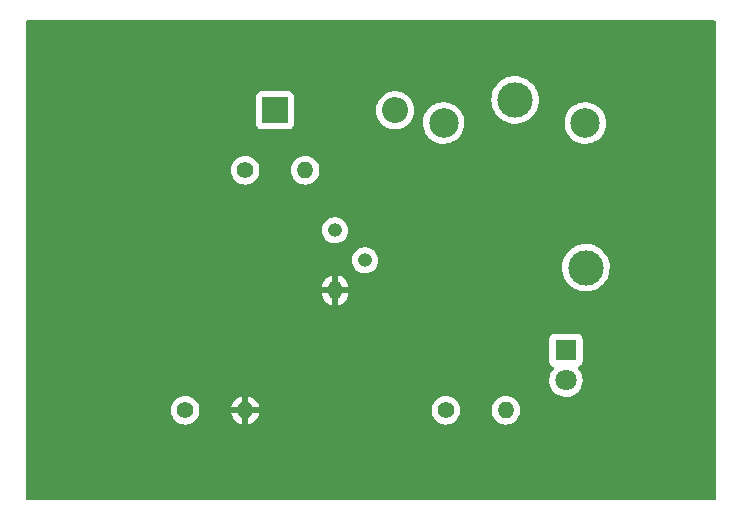
<source format=gbr>
%TF.GenerationSoftware,KiCad,Pcbnew,(6.0.4)*%
%TF.CreationDate,2022-05-29T18:16:18+05:30*%
%TF.ProjectId,TOUCH ON AND OFF SWTICH CIRCUIT,544f5543-4820-44f4-9e20-414e44204f46,rev?*%
%TF.SameCoordinates,Original*%
%TF.FileFunction,Copper,L2,Bot*%
%TF.FilePolarity,Positive*%
%FSLAX46Y46*%
G04 Gerber Fmt 4.6, Leading zero omitted, Abs format (unit mm)*
G04 Created by KiCad (PCBNEW (6.0.4)) date 2022-05-29 18:16:18*
%MOMM*%
%LPD*%
G01*
G04 APERTURE LIST*
%TA.AperFunction,ComponentPad*%
%ADD10C,3.000000*%
%TD*%
%TA.AperFunction,ComponentPad*%
%ADD11C,2.500000*%
%TD*%
%TA.AperFunction,ComponentPad*%
%ADD12O,1.200000X1.600000*%
%TD*%
%TA.AperFunction,ComponentPad*%
%ADD13O,1.200000X1.200000*%
%TD*%
%TA.AperFunction,ComponentPad*%
%ADD14C,1.400000*%
%TD*%
%TA.AperFunction,ComponentPad*%
%ADD15O,1.400000X1.400000*%
%TD*%
%TA.AperFunction,ComponentPad*%
%ADD16R,1.800000X1.800000*%
%TD*%
%TA.AperFunction,ComponentPad*%
%ADD17C,1.800000*%
%TD*%
%TA.AperFunction,ComponentPad*%
%ADD18R,2.200000X2.200000*%
%TD*%
%TA.AperFunction,ComponentPad*%
%ADD19O,2.200000X2.200000*%
%TD*%
G04 APERTURE END LIST*
D10*
%TO.P,K1,1*%
%TO.N,Net-(K1-Pad1)*%
X59195000Y-21980000D03*
D11*
%TO.P,K1,2*%
%TO.N,Net-(D1-Pad2)*%
X53145000Y-23930000D03*
D10*
%TO.P,K1,4*%
%TO.N,N/C*%
X65195000Y-36180000D03*
D11*
%TO.P,K1,5*%
X65145000Y-23930000D03*
%TD*%
D12*
%TO.P,Q1,1,E*%
%TO.N,GND*%
X43955000Y-38100000D03*
D13*
%TO.P,Q1,2,B*%
%TO.N,Net-(Q1-Pad2)*%
X46495000Y-35560000D03*
%TO.P,Q1,3,C*%
%TO.N,Net-(D1-Pad2)*%
X43955000Y-33020000D03*
%TD*%
D14*
%TO.P,R3,1*%
%TO.N,Net-(R3-Pad1)*%
X31255000Y-48260000D03*
D15*
%TO.P,R3,2*%
%TO.N,GND*%
X36335000Y-48260000D03*
%TD*%
D14*
%TO.P,R1,1*%
%TO.N,VCC*%
X36335000Y-27940000D03*
D15*
%TO.P,R1,2*%
%TO.N,Net-(R1-Pad2)*%
X41415000Y-27940000D03*
%TD*%
D16*
%TO.P,L1,1,K*%
%TO.N,Net-(K1-Pad1)*%
X63500000Y-43180000D03*
D17*
%TO.P,L1,2,A*%
%TO.N,AC*%
X63500000Y-45720000D03*
%TD*%
D18*
%TO.P,D1,1,K*%
%TO.N,VCC*%
X38875000Y-22860000D03*
D19*
%TO.P,D1,2,A*%
%TO.N,Net-(D1-Pad2)*%
X49035000Y-22860000D03*
%TD*%
D14*
%TO.P,R2,1*%
%TO.N,Net-(R2-Pad1)*%
X53340000Y-48260000D03*
D15*
%TO.P,R2,2*%
%TO.N,Net-(Q1-Pad2)*%
X58420000Y-48260000D03*
%TD*%
%TA.AperFunction,Conductor*%
%TO.N,GND*%
G36*
X76142121Y-15260002D02*
G01*
X76188614Y-15313658D01*
X76200000Y-15366000D01*
X76200000Y-55754000D01*
X76179998Y-55822121D01*
X76126342Y-55868614D01*
X76074000Y-55880000D01*
X17906000Y-55880000D01*
X17837879Y-55859998D01*
X17791386Y-55806342D01*
X17780000Y-55754000D01*
X17780000Y-48260000D01*
X30041884Y-48260000D01*
X30060314Y-48470655D01*
X30061738Y-48475968D01*
X30061738Y-48475970D01*
X30076617Y-48531497D01*
X30115044Y-48674910D01*
X30204411Y-48866558D01*
X30325699Y-49039776D01*
X30475224Y-49189301D01*
X30648442Y-49310589D01*
X30653420Y-49312910D01*
X30653423Y-49312912D01*
X30835108Y-49397633D01*
X30840090Y-49399956D01*
X30845398Y-49401378D01*
X30845400Y-49401379D01*
X31039030Y-49453262D01*
X31039032Y-49453262D01*
X31044345Y-49454686D01*
X31255000Y-49473116D01*
X31465655Y-49454686D01*
X31470968Y-49453262D01*
X31470970Y-49453262D01*
X31664600Y-49401379D01*
X31664602Y-49401378D01*
X31669910Y-49399956D01*
X31674892Y-49397633D01*
X31856577Y-49312912D01*
X31856580Y-49312910D01*
X31861558Y-49310589D01*
X32034776Y-49189301D01*
X32184301Y-49039776D01*
X32305589Y-48866558D01*
X32394956Y-48674910D01*
X32433384Y-48531497D01*
X32434717Y-48526522D01*
X35155801Y-48526522D01*
X35194092Y-48669423D01*
X35197842Y-48679727D01*
X35282521Y-48861323D01*
X35287998Y-48870811D01*
X35402925Y-49034942D01*
X35409981Y-49043350D01*
X35551650Y-49185019D01*
X35560058Y-49192075D01*
X35724189Y-49307002D01*
X35733677Y-49312479D01*
X35915273Y-49397158D01*
X35925577Y-49400908D01*
X36063503Y-49437866D01*
X36077599Y-49437530D01*
X36081000Y-49429588D01*
X36081000Y-49424439D01*
X36589000Y-49424439D01*
X36592973Y-49437970D01*
X36601522Y-49439199D01*
X36744423Y-49400908D01*
X36754727Y-49397158D01*
X36936323Y-49312479D01*
X36945811Y-49307002D01*
X37109942Y-49192075D01*
X37118350Y-49185019D01*
X37260019Y-49043350D01*
X37267075Y-49034942D01*
X37382002Y-48870811D01*
X37387479Y-48861323D01*
X37472158Y-48679727D01*
X37475908Y-48669423D01*
X37512866Y-48531497D01*
X37512530Y-48517401D01*
X37504588Y-48514000D01*
X36607115Y-48514000D01*
X36591876Y-48518475D01*
X36590671Y-48519865D01*
X36589000Y-48527548D01*
X36589000Y-49424439D01*
X36081000Y-49424439D01*
X36081000Y-48532115D01*
X36076525Y-48516876D01*
X36075135Y-48515671D01*
X36067452Y-48514000D01*
X35170561Y-48514000D01*
X35157030Y-48517973D01*
X35155801Y-48526522D01*
X32434717Y-48526522D01*
X32448262Y-48475970D01*
X32448262Y-48475968D01*
X32449686Y-48470655D01*
X32468116Y-48260000D01*
X52126884Y-48260000D01*
X52145314Y-48470655D01*
X52146738Y-48475968D01*
X52146738Y-48475970D01*
X52161617Y-48531497D01*
X52200044Y-48674910D01*
X52289411Y-48866558D01*
X52410699Y-49039776D01*
X52560224Y-49189301D01*
X52733442Y-49310589D01*
X52738420Y-49312910D01*
X52738423Y-49312912D01*
X52920108Y-49397633D01*
X52925090Y-49399956D01*
X52930398Y-49401378D01*
X52930400Y-49401379D01*
X53124030Y-49453262D01*
X53124032Y-49453262D01*
X53129345Y-49454686D01*
X53340000Y-49473116D01*
X53550655Y-49454686D01*
X53555968Y-49453262D01*
X53555970Y-49453262D01*
X53749600Y-49401379D01*
X53749602Y-49401378D01*
X53754910Y-49399956D01*
X53759892Y-49397633D01*
X53941577Y-49312912D01*
X53941580Y-49312910D01*
X53946558Y-49310589D01*
X54119776Y-49189301D01*
X54269301Y-49039776D01*
X54390589Y-48866558D01*
X54479956Y-48674910D01*
X54518384Y-48531497D01*
X54533262Y-48475970D01*
X54533262Y-48475968D01*
X54534686Y-48470655D01*
X54553116Y-48260000D01*
X57206884Y-48260000D01*
X57225314Y-48470655D01*
X57226738Y-48475968D01*
X57226738Y-48475970D01*
X57241617Y-48531497D01*
X57280044Y-48674910D01*
X57369411Y-48866558D01*
X57490699Y-49039776D01*
X57640224Y-49189301D01*
X57813442Y-49310589D01*
X57818420Y-49312910D01*
X57818423Y-49312912D01*
X58000108Y-49397633D01*
X58005090Y-49399956D01*
X58010398Y-49401378D01*
X58010400Y-49401379D01*
X58204030Y-49453262D01*
X58204032Y-49453262D01*
X58209345Y-49454686D01*
X58420000Y-49473116D01*
X58630655Y-49454686D01*
X58635968Y-49453262D01*
X58635970Y-49453262D01*
X58829600Y-49401379D01*
X58829602Y-49401378D01*
X58834910Y-49399956D01*
X58839892Y-49397633D01*
X59021577Y-49312912D01*
X59021580Y-49312910D01*
X59026558Y-49310589D01*
X59199776Y-49189301D01*
X59349301Y-49039776D01*
X59470589Y-48866558D01*
X59559956Y-48674910D01*
X59598384Y-48531497D01*
X59613262Y-48475970D01*
X59613262Y-48475968D01*
X59614686Y-48470655D01*
X59633116Y-48260000D01*
X59614686Y-48049345D01*
X59602301Y-48003124D01*
X59561379Y-47850400D01*
X59561378Y-47850398D01*
X59559956Y-47845090D01*
X59470589Y-47653442D01*
X59349301Y-47480224D01*
X59199776Y-47330699D01*
X59026558Y-47209411D01*
X59021580Y-47207090D01*
X59021577Y-47207088D01*
X58839892Y-47122367D01*
X58839891Y-47122366D01*
X58834910Y-47120044D01*
X58829602Y-47118622D01*
X58829600Y-47118621D01*
X58635970Y-47066738D01*
X58635968Y-47066738D01*
X58630655Y-47065314D01*
X58420000Y-47046884D01*
X58209345Y-47065314D01*
X58204032Y-47066738D01*
X58204030Y-47066738D01*
X58010400Y-47118621D01*
X58010398Y-47118622D01*
X58005090Y-47120044D01*
X58000109Y-47122366D01*
X58000108Y-47122367D01*
X57818423Y-47207088D01*
X57818420Y-47207090D01*
X57813442Y-47209411D01*
X57640224Y-47330699D01*
X57490699Y-47480224D01*
X57369411Y-47653442D01*
X57280044Y-47845090D01*
X57278622Y-47850398D01*
X57278621Y-47850400D01*
X57237699Y-48003124D01*
X57225314Y-48049345D01*
X57206884Y-48260000D01*
X54553116Y-48260000D01*
X54534686Y-48049345D01*
X54522301Y-48003124D01*
X54481379Y-47850400D01*
X54481378Y-47850398D01*
X54479956Y-47845090D01*
X54390589Y-47653442D01*
X54269301Y-47480224D01*
X54119776Y-47330699D01*
X53946558Y-47209411D01*
X53941580Y-47207090D01*
X53941577Y-47207088D01*
X53759892Y-47122367D01*
X53759891Y-47122366D01*
X53754910Y-47120044D01*
X53749602Y-47118622D01*
X53749600Y-47118621D01*
X53555970Y-47066738D01*
X53555968Y-47066738D01*
X53550655Y-47065314D01*
X53340000Y-47046884D01*
X53129345Y-47065314D01*
X53124032Y-47066738D01*
X53124030Y-47066738D01*
X52930400Y-47118621D01*
X52930398Y-47118622D01*
X52925090Y-47120044D01*
X52920109Y-47122366D01*
X52920108Y-47122367D01*
X52738423Y-47207088D01*
X52738420Y-47207090D01*
X52733442Y-47209411D01*
X52560224Y-47330699D01*
X52410699Y-47480224D01*
X52289411Y-47653442D01*
X52200044Y-47845090D01*
X52198622Y-47850398D01*
X52198621Y-47850400D01*
X52157699Y-48003124D01*
X52145314Y-48049345D01*
X52126884Y-48260000D01*
X32468116Y-48260000D01*
X32449686Y-48049345D01*
X32437301Y-48003124D01*
X32433383Y-47988503D01*
X35157134Y-47988503D01*
X35157470Y-48002599D01*
X35165412Y-48006000D01*
X36062885Y-48006000D01*
X36078124Y-48001525D01*
X36079329Y-48000135D01*
X36081000Y-47992452D01*
X36081000Y-47987885D01*
X36589000Y-47987885D01*
X36593475Y-48003124D01*
X36594865Y-48004329D01*
X36602548Y-48006000D01*
X37499439Y-48006000D01*
X37512970Y-48002027D01*
X37514199Y-47993478D01*
X37475908Y-47850577D01*
X37472158Y-47840273D01*
X37387479Y-47658677D01*
X37382002Y-47649189D01*
X37267075Y-47485058D01*
X37260019Y-47476650D01*
X37118350Y-47334981D01*
X37109942Y-47327925D01*
X36945811Y-47212998D01*
X36936323Y-47207521D01*
X36754727Y-47122842D01*
X36744423Y-47119092D01*
X36606497Y-47082134D01*
X36592401Y-47082470D01*
X36589000Y-47090412D01*
X36589000Y-47987885D01*
X36081000Y-47987885D01*
X36081000Y-47095561D01*
X36077027Y-47082030D01*
X36068478Y-47080801D01*
X35925577Y-47119092D01*
X35915273Y-47122842D01*
X35733677Y-47207521D01*
X35724189Y-47212998D01*
X35560058Y-47327925D01*
X35551650Y-47334981D01*
X35409981Y-47476650D01*
X35402925Y-47485058D01*
X35287998Y-47649189D01*
X35282521Y-47658677D01*
X35197842Y-47840273D01*
X35194092Y-47850577D01*
X35157134Y-47988503D01*
X32433383Y-47988503D01*
X32396379Y-47850400D01*
X32396378Y-47850398D01*
X32394956Y-47845090D01*
X32305589Y-47653442D01*
X32184301Y-47480224D01*
X32034776Y-47330699D01*
X31861558Y-47209411D01*
X31856580Y-47207090D01*
X31856577Y-47207088D01*
X31674892Y-47122367D01*
X31674891Y-47122366D01*
X31669910Y-47120044D01*
X31664602Y-47118622D01*
X31664600Y-47118621D01*
X31470970Y-47066738D01*
X31470968Y-47066738D01*
X31465655Y-47065314D01*
X31255000Y-47046884D01*
X31044345Y-47065314D01*
X31039032Y-47066738D01*
X31039030Y-47066738D01*
X30845400Y-47118621D01*
X30845398Y-47118622D01*
X30840090Y-47120044D01*
X30835109Y-47122366D01*
X30835108Y-47122367D01*
X30653423Y-47207088D01*
X30653420Y-47207090D01*
X30648442Y-47209411D01*
X30475224Y-47330699D01*
X30325699Y-47480224D01*
X30204411Y-47653442D01*
X30115044Y-47845090D01*
X30113622Y-47850398D01*
X30113621Y-47850400D01*
X30072699Y-48003124D01*
X30060314Y-48049345D01*
X30041884Y-48260000D01*
X17780000Y-48260000D01*
X17780000Y-45685469D01*
X62087095Y-45685469D01*
X62087392Y-45690622D01*
X62087392Y-45690625D01*
X62093067Y-45789041D01*
X62100427Y-45916697D01*
X62101564Y-45921743D01*
X62101565Y-45921749D01*
X62133741Y-46064523D01*
X62151346Y-46142642D01*
X62153288Y-46147424D01*
X62153289Y-46147428D01*
X62236540Y-46352450D01*
X62238484Y-46357237D01*
X62359501Y-46554719D01*
X62511147Y-46729784D01*
X62689349Y-46877730D01*
X62889322Y-46994584D01*
X63105694Y-47077209D01*
X63110760Y-47078240D01*
X63110761Y-47078240D01*
X63163846Y-47089040D01*
X63332656Y-47123385D01*
X63463324Y-47128176D01*
X63558949Y-47131683D01*
X63558953Y-47131683D01*
X63564113Y-47131872D01*
X63569233Y-47131216D01*
X63569235Y-47131216D01*
X63663875Y-47119092D01*
X63793847Y-47102442D01*
X63798795Y-47100957D01*
X63798802Y-47100956D01*
X64010747Y-47037369D01*
X64015690Y-47035886D01*
X64096236Y-46996427D01*
X64219049Y-46936262D01*
X64219052Y-46936260D01*
X64223684Y-46933991D01*
X64412243Y-46799494D01*
X64576303Y-46636005D01*
X64711458Y-46447917D01*
X64758641Y-46352450D01*
X64811784Y-46244922D01*
X64811785Y-46244920D01*
X64814078Y-46240280D01*
X64881408Y-46018671D01*
X64911640Y-45789041D01*
X64913327Y-45720000D01*
X64907032Y-45643434D01*
X64894773Y-45494318D01*
X64894772Y-45494312D01*
X64894349Y-45489167D01*
X64837925Y-45264533D01*
X64835866Y-45259797D01*
X64747630Y-45056868D01*
X64747628Y-45056865D01*
X64745570Y-45052131D01*
X64619764Y-44857665D01*
X64529848Y-44758848D01*
X64498796Y-44695002D01*
X64507192Y-44624504D01*
X64552369Y-44569736D01*
X64578812Y-44556067D01*
X64638297Y-44533767D01*
X64646705Y-44530615D01*
X64763261Y-44443261D01*
X64850615Y-44326705D01*
X64901745Y-44190316D01*
X64908500Y-44128134D01*
X64908500Y-42231866D01*
X64901745Y-42169684D01*
X64850615Y-42033295D01*
X64763261Y-41916739D01*
X64646705Y-41829385D01*
X64510316Y-41778255D01*
X64448134Y-41771500D01*
X62551866Y-41771500D01*
X62489684Y-41778255D01*
X62353295Y-41829385D01*
X62236739Y-41916739D01*
X62149385Y-42033295D01*
X62098255Y-42169684D01*
X62091500Y-42231866D01*
X62091500Y-44128134D01*
X62098255Y-44190316D01*
X62149385Y-44326705D01*
X62236739Y-44443261D01*
X62353295Y-44530615D01*
X62361704Y-44533767D01*
X62361705Y-44533768D01*
X62421164Y-44556058D01*
X62477929Y-44598699D01*
X62502629Y-44665261D01*
X62487422Y-44734609D01*
X62468029Y-44761091D01*
X62401639Y-44830564D01*
X62398725Y-44834836D01*
X62398724Y-44834837D01*
X62383152Y-44857665D01*
X62271119Y-45021899D01*
X62173602Y-45231981D01*
X62111707Y-45455169D01*
X62087095Y-45685469D01*
X17780000Y-45685469D01*
X17780000Y-38370512D01*
X42848687Y-38370512D01*
X42861471Y-38504494D01*
X42863730Y-38516228D01*
X42919872Y-38707599D01*
X42924302Y-38718675D01*
X43015619Y-38895978D01*
X43022069Y-38906024D01*
X43145262Y-39062857D01*
X43153499Y-39071506D01*
X43304123Y-39202212D01*
X43313847Y-39209147D01*
X43486467Y-39309010D01*
X43497331Y-39313984D01*
X43685727Y-39379407D01*
X43686716Y-39379648D01*
X43697008Y-39378180D01*
X43701000Y-39364615D01*
X43701000Y-39360402D01*
X44209000Y-39360402D01*
X44212973Y-39373933D01*
X44222399Y-39375288D01*
X44311537Y-39353806D01*
X44322832Y-39349917D01*
X44504382Y-39267371D01*
X44514724Y-39261424D01*
X44677397Y-39146032D01*
X44686425Y-39138239D01*
X44824342Y-38994169D01*
X44831738Y-38984804D01*
X44939921Y-38817259D01*
X44945417Y-38806655D01*
X45019961Y-38621688D01*
X45023355Y-38610230D01*
X45061857Y-38413072D01*
X45062934Y-38404209D01*
X45063000Y-38401500D01*
X45063000Y-38372115D01*
X45058525Y-38356876D01*
X45057135Y-38355671D01*
X45049452Y-38354000D01*
X44227115Y-38354000D01*
X44211876Y-38358475D01*
X44210671Y-38359865D01*
X44209000Y-38367548D01*
X44209000Y-39360402D01*
X43701000Y-39360402D01*
X43701000Y-38372115D01*
X43696525Y-38356876D01*
X43695135Y-38355671D01*
X43687452Y-38354000D01*
X42865227Y-38354000D01*
X42850750Y-38358251D01*
X42848687Y-38370512D01*
X17780000Y-38370512D01*
X17780000Y-37827885D01*
X42847000Y-37827885D01*
X42851475Y-37843124D01*
X42852865Y-37844329D01*
X42860548Y-37846000D01*
X43682885Y-37846000D01*
X43698124Y-37841525D01*
X43699329Y-37840135D01*
X43701000Y-37832452D01*
X43701000Y-37827885D01*
X44209000Y-37827885D01*
X44213475Y-37843124D01*
X44214865Y-37844329D01*
X44222548Y-37846000D01*
X45044773Y-37846000D01*
X45059250Y-37841749D01*
X45061313Y-37829488D01*
X45048529Y-37695506D01*
X45046270Y-37683772D01*
X44990128Y-37492401D01*
X44985698Y-37481325D01*
X44894381Y-37304022D01*
X44887931Y-37293976D01*
X44764738Y-37137143D01*
X44756501Y-37128494D01*
X44605877Y-36997788D01*
X44596153Y-36990853D01*
X44423533Y-36890990D01*
X44412669Y-36886016D01*
X44224273Y-36820593D01*
X44223284Y-36820352D01*
X44212992Y-36821820D01*
X44209000Y-36835385D01*
X44209000Y-37827885D01*
X43701000Y-37827885D01*
X43701000Y-36839598D01*
X43697027Y-36826067D01*
X43687601Y-36824712D01*
X43598463Y-36846194D01*
X43587168Y-36850083D01*
X43405618Y-36932629D01*
X43395276Y-36938576D01*
X43232603Y-37053968D01*
X43223575Y-37061761D01*
X43085658Y-37205831D01*
X43078262Y-37215196D01*
X42970079Y-37382741D01*
X42964583Y-37393345D01*
X42890039Y-37578312D01*
X42886645Y-37589770D01*
X42848143Y-37786928D01*
X42847066Y-37795791D01*
X42847000Y-37798500D01*
X42847000Y-37827885D01*
X17780000Y-37827885D01*
X17780000Y-35530859D01*
X45382132Y-35530859D01*
X45395457Y-35734151D01*
X45445605Y-35931610D01*
X45530898Y-36116624D01*
X45648479Y-36282997D01*
X45794410Y-36425157D01*
X45799206Y-36428362D01*
X45799209Y-36428364D01*
X45805130Y-36432320D01*
X45963803Y-36538342D01*
X45969106Y-36540620D01*
X45969109Y-36540622D01*
X46058115Y-36578862D01*
X46150987Y-36618763D01*
X46223817Y-36635243D01*
X46344055Y-36662450D01*
X46344060Y-36662451D01*
X46349692Y-36663725D01*
X46355463Y-36663952D01*
X46355465Y-36663952D01*
X46418470Y-36666427D01*
X46553263Y-36671723D01*
X46754883Y-36642490D01*
X46760347Y-36640635D01*
X46760352Y-36640634D01*
X46942327Y-36578862D01*
X46942332Y-36578860D01*
X46947799Y-36577004D01*
X47125551Y-36477458D01*
X47282186Y-36347186D01*
X47412458Y-36190551D01*
X47430173Y-36158918D01*
X63181917Y-36158918D01*
X63197682Y-36432320D01*
X63198507Y-36436525D01*
X63198508Y-36436533D01*
X63218930Y-36540622D01*
X63250405Y-36701053D01*
X63251792Y-36705103D01*
X63251793Y-36705108D01*
X63337723Y-36956088D01*
X63339112Y-36960144D01*
X63462160Y-37204799D01*
X63464586Y-37208328D01*
X63464589Y-37208334D01*
X63523450Y-37293976D01*
X63617274Y-37430490D01*
X63801582Y-37633043D01*
X63804877Y-37635798D01*
X63804878Y-37635799D01*
X63876287Y-37695506D01*
X64011675Y-37808707D01*
X64015316Y-37810991D01*
X64240024Y-37951951D01*
X64240028Y-37951953D01*
X64243664Y-37954234D01*
X64311544Y-37984883D01*
X64489345Y-38065164D01*
X64489349Y-38065166D01*
X64493257Y-38066930D01*
X64497377Y-38068150D01*
X64497376Y-38068150D01*
X64751723Y-38143491D01*
X64751727Y-38143492D01*
X64755836Y-38144709D01*
X64760070Y-38145357D01*
X64760075Y-38145358D01*
X65022298Y-38185483D01*
X65022300Y-38185483D01*
X65026540Y-38186132D01*
X65165912Y-38188322D01*
X65296071Y-38190367D01*
X65296077Y-38190367D01*
X65300362Y-38190434D01*
X65572235Y-38157534D01*
X65837127Y-38088041D01*
X65841087Y-38086401D01*
X65841092Y-38086399D01*
X65963631Y-38035641D01*
X66090136Y-37983241D01*
X66326582Y-37845073D01*
X66542089Y-37676094D01*
X66583809Y-37633043D01*
X66729686Y-37482509D01*
X66732669Y-37479431D01*
X66735202Y-37475983D01*
X66735206Y-37475978D01*
X66892257Y-37262178D01*
X66894795Y-37258723D01*
X66923513Y-37205831D01*
X67023418Y-37021830D01*
X67023419Y-37021828D01*
X67025468Y-37018054D01*
X67098526Y-36824712D01*
X67120751Y-36765895D01*
X67120752Y-36765891D01*
X67122269Y-36761877D01*
X67147107Y-36653427D01*
X67182449Y-36499117D01*
X67182450Y-36499113D01*
X67183407Y-36494933D01*
X67184715Y-36480284D01*
X67207531Y-36224627D01*
X67207531Y-36224625D01*
X67207751Y-36222161D01*
X67208193Y-36180000D01*
X67203515Y-36111379D01*
X67189859Y-35911055D01*
X67189858Y-35911049D01*
X67189567Y-35906778D01*
X67134032Y-35638612D01*
X67042617Y-35380465D01*
X66917013Y-35137112D01*
X66907040Y-35122921D01*
X66762008Y-34916562D01*
X66759545Y-34913057D01*
X66672806Y-34819715D01*
X66576046Y-34715588D01*
X66576043Y-34715585D01*
X66573125Y-34712445D01*
X66569810Y-34709731D01*
X66569806Y-34709728D01*
X66364523Y-34541706D01*
X66361205Y-34538990D01*
X66127704Y-34395901D01*
X66123768Y-34394173D01*
X65880873Y-34287549D01*
X65880869Y-34287548D01*
X65876945Y-34285825D01*
X65613566Y-34210800D01*
X65609324Y-34210196D01*
X65609318Y-34210195D01*
X65408834Y-34181662D01*
X65342443Y-34172213D01*
X65198589Y-34171460D01*
X65072877Y-34170802D01*
X65072871Y-34170802D01*
X65068591Y-34170780D01*
X65064347Y-34171339D01*
X65064343Y-34171339D01*
X64945302Y-34187011D01*
X64797078Y-34206525D01*
X64792938Y-34207658D01*
X64792936Y-34207658D01*
X64720008Y-34227609D01*
X64532928Y-34278788D01*
X64528980Y-34280472D01*
X64284982Y-34384546D01*
X64284978Y-34384548D01*
X64281030Y-34386232D01*
X64261125Y-34398145D01*
X64049725Y-34524664D01*
X64049721Y-34524667D01*
X64046043Y-34526868D01*
X63832318Y-34698094D01*
X63643808Y-34896742D01*
X63484002Y-35119136D01*
X63355857Y-35361161D01*
X63354385Y-35365184D01*
X63354383Y-35365188D01*
X63281736Y-35563704D01*
X63261743Y-35618337D01*
X63203404Y-35885907D01*
X63203068Y-35890177D01*
X63184875Y-36121340D01*
X63181917Y-36158918D01*
X47430173Y-36158918D01*
X47512004Y-36012799D01*
X47513860Y-36007332D01*
X47513862Y-36007327D01*
X47575634Y-35825352D01*
X47575635Y-35825347D01*
X47577490Y-35819883D01*
X47606723Y-35618263D01*
X47608249Y-35560000D01*
X47592124Y-35384506D01*
X47590137Y-35362880D01*
X47590136Y-35362877D01*
X47589608Y-35357126D01*
X47534307Y-35161047D01*
X47523680Y-35139496D01*
X47446756Y-34983510D01*
X47444201Y-34978329D01*
X47425796Y-34953681D01*
X47325758Y-34819715D01*
X47325758Y-34819714D01*
X47322305Y-34815091D01*
X47214664Y-34715588D01*
X47176943Y-34680719D01*
X47176940Y-34680717D01*
X47172703Y-34676800D01*
X47126675Y-34647759D01*
X47005288Y-34571169D01*
X47005283Y-34571167D01*
X47000404Y-34568088D01*
X46811180Y-34492595D01*
X46611366Y-34452849D01*
X46605592Y-34452773D01*
X46605588Y-34452773D01*
X46502452Y-34451424D01*
X46407655Y-34450183D01*
X46401958Y-34451162D01*
X46401957Y-34451162D01*
X46212567Y-34483705D01*
X46206870Y-34484684D01*
X46015734Y-34555198D01*
X45840649Y-34659363D01*
X45687478Y-34793690D01*
X45683911Y-34798215D01*
X45683906Y-34798220D01*
X45608689Y-34893633D01*
X45561351Y-34953681D01*
X45466492Y-35133978D01*
X45406078Y-35328543D01*
X45382132Y-35530859D01*
X17780000Y-35530859D01*
X17780000Y-32990859D01*
X42842132Y-32990859D01*
X42855457Y-33194151D01*
X42905605Y-33391610D01*
X42990898Y-33576624D01*
X43108479Y-33742997D01*
X43254410Y-33885157D01*
X43259206Y-33888362D01*
X43259209Y-33888364D01*
X43327149Y-33933760D01*
X43423803Y-33998342D01*
X43429106Y-34000620D01*
X43429109Y-34000622D01*
X43518115Y-34038862D01*
X43610987Y-34078763D01*
X43683817Y-34095243D01*
X43804055Y-34122450D01*
X43804060Y-34122451D01*
X43809692Y-34123725D01*
X43815463Y-34123952D01*
X43815465Y-34123952D01*
X43878470Y-34126427D01*
X44013263Y-34131723D01*
X44214883Y-34102490D01*
X44220347Y-34100635D01*
X44220352Y-34100634D01*
X44402327Y-34038862D01*
X44402332Y-34038860D01*
X44407799Y-34037004D01*
X44585551Y-33937458D01*
X44742186Y-33807186D01*
X44872458Y-33650551D01*
X44972004Y-33472799D01*
X44973860Y-33467332D01*
X44973862Y-33467327D01*
X45035634Y-33285352D01*
X45035635Y-33285347D01*
X45037490Y-33279883D01*
X45066723Y-33078263D01*
X45068249Y-33020000D01*
X45049608Y-32817126D01*
X44994307Y-32621047D01*
X44983680Y-32599496D01*
X44906756Y-32443510D01*
X44904201Y-32438329D01*
X44885796Y-32413681D01*
X44785758Y-32279715D01*
X44785758Y-32279714D01*
X44782305Y-32275091D01*
X44632703Y-32136800D01*
X44586675Y-32107759D01*
X44465288Y-32031169D01*
X44465283Y-32031167D01*
X44460404Y-32028088D01*
X44271180Y-31952595D01*
X44071366Y-31912849D01*
X44065592Y-31912773D01*
X44065588Y-31912773D01*
X43962452Y-31911424D01*
X43867655Y-31910183D01*
X43861958Y-31911162D01*
X43861957Y-31911162D01*
X43672567Y-31943705D01*
X43666870Y-31944684D01*
X43475734Y-32015198D01*
X43300649Y-32119363D01*
X43147478Y-32253690D01*
X43143911Y-32258215D01*
X43143906Y-32258220D01*
X43057331Y-32368040D01*
X43021351Y-32413681D01*
X42926492Y-32593978D01*
X42866078Y-32788543D01*
X42842132Y-32990859D01*
X17780000Y-32990859D01*
X17780000Y-27940000D01*
X35121884Y-27940000D01*
X35140314Y-28150655D01*
X35195044Y-28354910D01*
X35284411Y-28546558D01*
X35405699Y-28719776D01*
X35555224Y-28869301D01*
X35728442Y-28990589D01*
X35733420Y-28992910D01*
X35733423Y-28992912D01*
X35915108Y-29077633D01*
X35920090Y-29079956D01*
X35925398Y-29081378D01*
X35925400Y-29081379D01*
X36119030Y-29133262D01*
X36119032Y-29133262D01*
X36124345Y-29134686D01*
X36335000Y-29153116D01*
X36545655Y-29134686D01*
X36550968Y-29133262D01*
X36550970Y-29133262D01*
X36744600Y-29081379D01*
X36744602Y-29081378D01*
X36749910Y-29079956D01*
X36754892Y-29077633D01*
X36936577Y-28992912D01*
X36936580Y-28992910D01*
X36941558Y-28990589D01*
X37114776Y-28869301D01*
X37264301Y-28719776D01*
X37385589Y-28546558D01*
X37474956Y-28354910D01*
X37529686Y-28150655D01*
X37548116Y-27940000D01*
X40201884Y-27940000D01*
X40220314Y-28150655D01*
X40275044Y-28354910D01*
X40364411Y-28546558D01*
X40485699Y-28719776D01*
X40635224Y-28869301D01*
X40808442Y-28990589D01*
X40813420Y-28992910D01*
X40813423Y-28992912D01*
X40995108Y-29077633D01*
X41000090Y-29079956D01*
X41005398Y-29081378D01*
X41005400Y-29081379D01*
X41199030Y-29133262D01*
X41199032Y-29133262D01*
X41204345Y-29134686D01*
X41415000Y-29153116D01*
X41625655Y-29134686D01*
X41630968Y-29133262D01*
X41630970Y-29133262D01*
X41824600Y-29081379D01*
X41824602Y-29081378D01*
X41829910Y-29079956D01*
X41834892Y-29077633D01*
X42016577Y-28992912D01*
X42016580Y-28992910D01*
X42021558Y-28990589D01*
X42194776Y-28869301D01*
X42344301Y-28719776D01*
X42465589Y-28546558D01*
X42554956Y-28354910D01*
X42609686Y-28150655D01*
X42628116Y-27940000D01*
X42609686Y-27729345D01*
X42554956Y-27525090D01*
X42465589Y-27333442D01*
X42344301Y-27160224D01*
X42194776Y-27010699D01*
X42021558Y-26889411D01*
X42016580Y-26887090D01*
X42016577Y-26887088D01*
X41834892Y-26802367D01*
X41834891Y-26802366D01*
X41829910Y-26800044D01*
X41824602Y-26798622D01*
X41824600Y-26798621D01*
X41630970Y-26746738D01*
X41630968Y-26746738D01*
X41625655Y-26745314D01*
X41415000Y-26726884D01*
X41204345Y-26745314D01*
X41199032Y-26746738D01*
X41199030Y-26746738D01*
X41005400Y-26798621D01*
X41005398Y-26798622D01*
X41000090Y-26800044D01*
X40995109Y-26802366D01*
X40995108Y-26802367D01*
X40813423Y-26887088D01*
X40813420Y-26887090D01*
X40808442Y-26889411D01*
X40635224Y-27010699D01*
X40485699Y-27160224D01*
X40364411Y-27333442D01*
X40275044Y-27525090D01*
X40220314Y-27729345D01*
X40201884Y-27940000D01*
X37548116Y-27940000D01*
X37529686Y-27729345D01*
X37474956Y-27525090D01*
X37385589Y-27333442D01*
X37264301Y-27160224D01*
X37114776Y-27010699D01*
X36941558Y-26889411D01*
X36936580Y-26887090D01*
X36936577Y-26887088D01*
X36754892Y-26802367D01*
X36754891Y-26802366D01*
X36749910Y-26800044D01*
X36744602Y-26798622D01*
X36744600Y-26798621D01*
X36550970Y-26746738D01*
X36550968Y-26746738D01*
X36545655Y-26745314D01*
X36335000Y-26726884D01*
X36124345Y-26745314D01*
X36119032Y-26746738D01*
X36119030Y-26746738D01*
X35925400Y-26798621D01*
X35925398Y-26798622D01*
X35920090Y-26800044D01*
X35915109Y-26802366D01*
X35915108Y-26802367D01*
X35733423Y-26887088D01*
X35733420Y-26887090D01*
X35728442Y-26889411D01*
X35555224Y-27010699D01*
X35405699Y-27160224D01*
X35284411Y-27333442D01*
X35195044Y-27525090D01*
X35140314Y-27729345D01*
X35121884Y-27940000D01*
X17780000Y-27940000D01*
X17780000Y-24008134D01*
X37266500Y-24008134D01*
X37273255Y-24070316D01*
X37324385Y-24206705D01*
X37411739Y-24323261D01*
X37528295Y-24410615D01*
X37664684Y-24461745D01*
X37726866Y-24468500D01*
X40023134Y-24468500D01*
X40085316Y-24461745D01*
X40221705Y-24410615D01*
X40338261Y-24323261D01*
X40425615Y-24206705D01*
X40476745Y-24070316D01*
X40483500Y-24008134D01*
X40483500Y-22860000D01*
X47421526Y-22860000D01*
X47441391Y-23112403D01*
X47442545Y-23117210D01*
X47442546Y-23117216D01*
X47455416Y-23170823D01*
X47500495Y-23358591D01*
X47502388Y-23363162D01*
X47502389Y-23363164D01*
X47532476Y-23435799D01*
X47597384Y-23592502D01*
X47729672Y-23808376D01*
X47894102Y-24000898D01*
X48086624Y-24165328D01*
X48302498Y-24297616D01*
X48307068Y-24299509D01*
X48307072Y-24299511D01*
X48377401Y-24328642D01*
X48536409Y-24394505D01*
X48582836Y-24405651D01*
X48777784Y-24452454D01*
X48777790Y-24452455D01*
X48782597Y-24453609D01*
X49035000Y-24473474D01*
X49287403Y-24453609D01*
X49292210Y-24452455D01*
X49292216Y-24452454D01*
X49487164Y-24405651D01*
X49533591Y-24394505D01*
X49692599Y-24328642D01*
X49762928Y-24299511D01*
X49762932Y-24299509D01*
X49767502Y-24297616D01*
X49983376Y-24165328D01*
X50175898Y-24000898D01*
X50275876Y-23883839D01*
X51382173Y-23883839D01*
X51382397Y-23888505D01*
X51382397Y-23888511D01*
X51387055Y-23985483D01*
X51394713Y-24144908D01*
X51445704Y-24401256D01*
X51534026Y-24647252D01*
X51536242Y-24651376D01*
X51600753Y-24771437D01*
X51657737Y-24877491D01*
X51660532Y-24881234D01*
X51660534Y-24881237D01*
X51811330Y-25083177D01*
X51811335Y-25083183D01*
X51814122Y-25086915D01*
X51817431Y-25090195D01*
X51817436Y-25090201D01*
X51996426Y-25267635D01*
X51999743Y-25270923D01*
X52003505Y-25273681D01*
X52003508Y-25273684D01*
X52206750Y-25422707D01*
X52210524Y-25425474D01*
X52214667Y-25427654D01*
X52214669Y-25427655D01*
X52437684Y-25544989D01*
X52437689Y-25544991D01*
X52441834Y-25547172D01*
X52688590Y-25633344D01*
X52693183Y-25634216D01*
X52940785Y-25681224D01*
X52940788Y-25681224D01*
X52945374Y-25682095D01*
X53075958Y-25687226D01*
X53201875Y-25692174D01*
X53201881Y-25692174D01*
X53206543Y-25692357D01*
X53285977Y-25683657D01*
X53461707Y-25664412D01*
X53461712Y-25664411D01*
X53466360Y-25663902D01*
X53579116Y-25634216D01*
X53714594Y-25598548D01*
X53714596Y-25598547D01*
X53719117Y-25597357D01*
X53959262Y-25494182D01*
X54181519Y-25356646D01*
X54185082Y-25353629D01*
X54185087Y-25353626D01*
X54377439Y-25190787D01*
X54377440Y-25190786D01*
X54381005Y-25187768D01*
X54472729Y-25083177D01*
X54550257Y-24994774D01*
X54550261Y-24994769D01*
X54553339Y-24991259D01*
X54694733Y-24771437D01*
X54802083Y-24533129D01*
X54820310Y-24468500D01*
X54871760Y-24286076D01*
X54871761Y-24286073D01*
X54873030Y-24281572D01*
X54889832Y-24149496D01*
X54905616Y-24025421D01*
X54905616Y-24025417D01*
X54906014Y-24022291D01*
X54908431Y-23930000D01*
X54897364Y-23781077D01*
X54889407Y-23674000D01*
X54889406Y-23673996D01*
X54889061Y-23669348D01*
X54883569Y-23645073D01*
X54832408Y-23418980D01*
X54831377Y-23414423D01*
X54777539Y-23275978D01*
X54738340Y-23175176D01*
X54738339Y-23175173D01*
X54736647Y-23170823D01*
X54606951Y-22943902D01*
X54445138Y-22738643D01*
X54254763Y-22559557D01*
X54040009Y-22410576D01*
X54035816Y-22408508D01*
X53809781Y-22297040D01*
X53809778Y-22297039D01*
X53805593Y-22294975D01*
X53792104Y-22290657D01*
X53561123Y-22216720D01*
X53556665Y-22215293D01*
X53298693Y-22173279D01*
X53184942Y-22171790D01*
X53042022Y-22169919D01*
X53042019Y-22169919D01*
X53037345Y-22169858D01*
X52778362Y-22205104D01*
X52527433Y-22278243D01*
X52523180Y-22280203D01*
X52523179Y-22280204D01*
X52486659Y-22297040D01*
X52290072Y-22387668D01*
X52251067Y-22413241D01*
X52075404Y-22528410D01*
X52075399Y-22528414D01*
X52071491Y-22530976D01*
X51876494Y-22705018D01*
X51709363Y-22905970D01*
X51706934Y-22909973D01*
X51584097Y-23112403D01*
X51573771Y-23129419D01*
X51472697Y-23370455D01*
X51408359Y-23623783D01*
X51382173Y-23883839D01*
X50275876Y-23883839D01*
X50340328Y-23808376D01*
X50472616Y-23592502D01*
X50537525Y-23435799D01*
X50567611Y-23363164D01*
X50567612Y-23363162D01*
X50569505Y-23358591D01*
X50614584Y-23170823D01*
X50627454Y-23117216D01*
X50627455Y-23117210D01*
X50628609Y-23112403D01*
X50648474Y-22860000D01*
X50628609Y-22607597D01*
X50618598Y-22565895D01*
X50570660Y-22366221D01*
X50569505Y-22361409D01*
X50516035Y-22232320D01*
X50474511Y-22132072D01*
X50474509Y-22132068D01*
X50472616Y-22127498D01*
X50369310Y-21958918D01*
X57181917Y-21958918D01*
X57197682Y-22232320D01*
X57198507Y-22236525D01*
X57198508Y-22236533D01*
X57207076Y-22280204D01*
X57250405Y-22501053D01*
X57251792Y-22505103D01*
X57251793Y-22505108D01*
X57333006Y-22742311D01*
X57339112Y-22760144D01*
X57462160Y-23004799D01*
X57464586Y-23008328D01*
X57464589Y-23008334D01*
X57614843Y-23226953D01*
X57617274Y-23230490D01*
X57801582Y-23433043D01*
X58011675Y-23608707D01*
X58015316Y-23610991D01*
X58240024Y-23751951D01*
X58240028Y-23751953D01*
X58243664Y-23754234D01*
X58311544Y-23784883D01*
X58489345Y-23865164D01*
X58489349Y-23865166D01*
X58493257Y-23866930D01*
X58550341Y-23883839D01*
X58751723Y-23943491D01*
X58751727Y-23943492D01*
X58755836Y-23944709D01*
X58760070Y-23945357D01*
X58760075Y-23945358D01*
X59022298Y-23985483D01*
X59022300Y-23985483D01*
X59026540Y-23986132D01*
X59165912Y-23988322D01*
X59296071Y-23990367D01*
X59296077Y-23990367D01*
X59300362Y-23990434D01*
X59572235Y-23957534D01*
X59837127Y-23888041D01*
X59841087Y-23886401D01*
X59841092Y-23886399D01*
X59847272Y-23883839D01*
X63382173Y-23883839D01*
X63382397Y-23888505D01*
X63382397Y-23888511D01*
X63387055Y-23985483D01*
X63394713Y-24144908D01*
X63445704Y-24401256D01*
X63534026Y-24647252D01*
X63536242Y-24651376D01*
X63600753Y-24771437D01*
X63657737Y-24877491D01*
X63660532Y-24881234D01*
X63660534Y-24881237D01*
X63811330Y-25083177D01*
X63811335Y-25083183D01*
X63814122Y-25086915D01*
X63817431Y-25090195D01*
X63817436Y-25090201D01*
X63996426Y-25267635D01*
X63999743Y-25270923D01*
X64003505Y-25273681D01*
X64003508Y-25273684D01*
X64206750Y-25422707D01*
X64210524Y-25425474D01*
X64214667Y-25427654D01*
X64214669Y-25427655D01*
X64437684Y-25544989D01*
X64437689Y-25544991D01*
X64441834Y-25547172D01*
X64688590Y-25633344D01*
X64693183Y-25634216D01*
X64940785Y-25681224D01*
X64940788Y-25681224D01*
X64945374Y-25682095D01*
X65075958Y-25687226D01*
X65201875Y-25692174D01*
X65201881Y-25692174D01*
X65206543Y-25692357D01*
X65285977Y-25683657D01*
X65461707Y-25664412D01*
X65461712Y-25664411D01*
X65466360Y-25663902D01*
X65579116Y-25634216D01*
X65714594Y-25598548D01*
X65714596Y-25598547D01*
X65719117Y-25597357D01*
X65959262Y-25494182D01*
X66181519Y-25356646D01*
X66185082Y-25353629D01*
X66185087Y-25353626D01*
X66377439Y-25190787D01*
X66377440Y-25190786D01*
X66381005Y-25187768D01*
X66472729Y-25083177D01*
X66550257Y-24994774D01*
X66550261Y-24994769D01*
X66553339Y-24991259D01*
X66694733Y-24771437D01*
X66802083Y-24533129D01*
X66820310Y-24468500D01*
X66871760Y-24286076D01*
X66871761Y-24286073D01*
X66873030Y-24281572D01*
X66889832Y-24149496D01*
X66905616Y-24025421D01*
X66905616Y-24025417D01*
X66906014Y-24022291D01*
X66908431Y-23930000D01*
X66897364Y-23781077D01*
X66889407Y-23674000D01*
X66889406Y-23673996D01*
X66889061Y-23669348D01*
X66883569Y-23645073D01*
X66832408Y-23418980D01*
X66831377Y-23414423D01*
X66777539Y-23275978D01*
X66738340Y-23175176D01*
X66738339Y-23175173D01*
X66736647Y-23170823D01*
X66606951Y-22943902D01*
X66445138Y-22738643D01*
X66254763Y-22559557D01*
X66040009Y-22410576D01*
X66035816Y-22408508D01*
X65809781Y-22297040D01*
X65809778Y-22297039D01*
X65805593Y-22294975D01*
X65792104Y-22290657D01*
X65561123Y-22216720D01*
X65556665Y-22215293D01*
X65298693Y-22173279D01*
X65184942Y-22171790D01*
X65042022Y-22169919D01*
X65042019Y-22169919D01*
X65037345Y-22169858D01*
X64778362Y-22205104D01*
X64527433Y-22278243D01*
X64523180Y-22280203D01*
X64523179Y-22280204D01*
X64486659Y-22297040D01*
X64290072Y-22387668D01*
X64251067Y-22413241D01*
X64075404Y-22528410D01*
X64075399Y-22528414D01*
X64071491Y-22530976D01*
X63876494Y-22705018D01*
X63709363Y-22905970D01*
X63706934Y-22909973D01*
X63584097Y-23112403D01*
X63573771Y-23129419D01*
X63472697Y-23370455D01*
X63408359Y-23623783D01*
X63382173Y-23883839D01*
X59847272Y-23883839D01*
X59963632Y-23835641D01*
X60090136Y-23783241D01*
X60208359Y-23714157D01*
X60322879Y-23647237D01*
X60322880Y-23647236D01*
X60326582Y-23645073D01*
X60542089Y-23476094D01*
X60583809Y-23433043D01*
X60729686Y-23282509D01*
X60732669Y-23279431D01*
X60735202Y-23275983D01*
X60735206Y-23275978D01*
X60892257Y-23062178D01*
X60894795Y-23058723D01*
X60922154Y-23008334D01*
X61023418Y-22821830D01*
X61023419Y-22821828D01*
X61025468Y-22818054D01*
X61073868Y-22689966D01*
X61120751Y-22565895D01*
X61120752Y-22565891D01*
X61122269Y-22561877D01*
X61168182Y-22361409D01*
X61182449Y-22299117D01*
X61182450Y-22299113D01*
X61183407Y-22294933D01*
X61190388Y-22216720D01*
X61207531Y-22024627D01*
X61207531Y-22024625D01*
X61207751Y-22022161D01*
X61208193Y-21980000D01*
X61203532Y-21911624D01*
X61189859Y-21711055D01*
X61189858Y-21711049D01*
X61189567Y-21706778D01*
X61134032Y-21438612D01*
X61042617Y-21180465D01*
X60917013Y-20937112D01*
X60907040Y-20922921D01*
X60762008Y-20716562D01*
X60759545Y-20713057D01*
X60573125Y-20512445D01*
X60569810Y-20509731D01*
X60569806Y-20509728D01*
X60364523Y-20341706D01*
X60361205Y-20338990D01*
X60127704Y-20195901D01*
X60123768Y-20194173D01*
X59880873Y-20087549D01*
X59880869Y-20087548D01*
X59876945Y-20085825D01*
X59613566Y-20010800D01*
X59609324Y-20010196D01*
X59609318Y-20010195D01*
X59408834Y-19981662D01*
X59342443Y-19972213D01*
X59198589Y-19971460D01*
X59072877Y-19970802D01*
X59072871Y-19970802D01*
X59068591Y-19970780D01*
X59064347Y-19971339D01*
X59064343Y-19971339D01*
X58945302Y-19987011D01*
X58797078Y-20006525D01*
X58792938Y-20007658D01*
X58792936Y-20007658D01*
X58720008Y-20027609D01*
X58532928Y-20078788D01*
X58528980Y-20080472D01*
X58284982Y-20184546D01*
X58284978Y-20184548D01*
X58281030Y-20186232D01*
X58261125Y-20198145D01*
X58049725Y-20324664D01*
X58049721Y-20324667D01*
X58046043Y-20326868D01*
X57832318Y-20498094D01*
X57643808Y-20696742D01*
X57484002Y-20919136D01*
X57355857Y-21161161D01*
X57354385Y-21165184D01*
X57354383Y-21165188D01*
X57271616Y-21391358D01*
X57261743Y-21418337D01*
X57203404Y-21685907D01*
X57181917Y-21958918D01*
X50369310Y-21958918D01*
X50340328Y-21911624D01*
X50175898Y-21719102D01*
X49983376Y-21554672D01*
X49767502Y-21422384D01*
X49762932Y-21420491D01*
X49762928Y-21420489D01*
X49538164Y-21327389D01*
X49538162Y-21327388D01*
X49533591Y-21325495D01*
X49448968Y-21305179D01*
X49292216Y-21267546D01*
X49292210Y-21267545D01*
X49287403Y-21266391D01*
X49035000Y-21246526D01*
X48782597Y-21266391D01*
X48777790Y-21267545D01*
X48777784Y-21267546D01*
X48621032Y-21305179D01*
X48536409Y-21325495D01*
X48531838Y-21327388D01*
X48531836Y-21327389D01*
X48307072Y-21420489D01*
X48307068Y-21420491D01*
X48302498Y-21422384D01*
X48086624Y-21554672D01*
X47894102Y-21719102D01*
X47729672Y-21911624D01*
X47597384Y-22127498D01*
X47595491Y-22132068D01*
X47595489Y-22132072D01*
X47553965Y-22232320D01*
X47500495Y-22361409D01*
X47499340Y-22366221D01*
X47451403Y-22565895D01*
X47441391Y-22607597D01*
X47421526Y-22860000D01*
X40483500Y-22860000D01*
X40483500Y-21711866D01*
X40476745Y-21649684D01*
X40425615Y-21513295D01*
X40338261Y-21396739D01*
X40221705Y-21309385D01*
X40085316Y-21258255D01*
X40023134Y-21251500D01*
X37726866Y-21251500D01*
X37664684Y-21258255D01*
X37528295Y-21309385D01*
X37411739Y-21396739D01*
X37324385Y-21513295D01*
X37273255Y-21649684D01*
X37266500Y-21711866D01*
X37266500Y-24008134D01*
X17780000Y-24008134D01*
X17780000Y-15366000D01*
X17800002Y-15297879D01*
X17853658Y-15251386D01*
X17906000Y-15240000D01*
X76074000Y-15240000D01*
X76142121Y-15260002D01*
G37*
%TD.AperFunction*%
%TD*%
M02*

</source>
